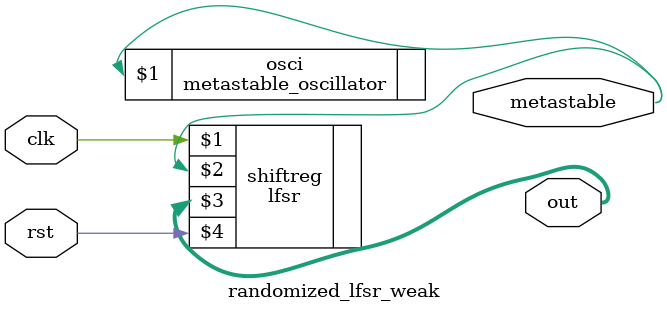
<source format=v>
/*
This file is part of verilog-buildingblocks,
by David R. Piegdon <dgit@piegdon.de>

verilog-buildingblocks is free software: you can redistribute it and/or modify
it under the terms of the GNU Lesser General Public License as published by
the Free Software Foundation, either version 3 of the License, or
(at your option) any later version.

verilog-buildingblocks is distributed in the hope that it will be useful,
but WITHOUT ANY WARRANTY; without even the implied warranty of
MERCHANTABILITY or FITNESS FOR A PARTICULAR PURPOSE.  See the
GNU Lesser General Public License for more details.

You should have received a copy of the GNU Lesser General Public License
along with verilog-buildingblocks.  If not, see <https://www.gnu.org/licenses/>.
*/

`ifndef __vbb__randomized_lfsr_weak_v__
`define __vbb__randomized_lfsr_weak_v__

`default_nettype none

`include "lfsr.v"
// NOTE: you need to pick/provide metastable_oscillator and
// metastable_oscillator_depth2 matching your FPGA architecture.

// Like the randomized_lfsr, this generates random numbers.
// But where randomized_lfsr tries to maximize entropy of
// produced random numbers for the given input data and constraints,
// the randomized_lfsr_weak tries to be very
// small while still producing an acceptable amount of entropy
// for jobs that don't depend on too much entropy.
module randomized_lfsr_weak(input wire clk, input wire rst, output wire [WIDTH-1:0] out, output wire metastable);
	parameter WIDTH = 'd8;
	parameter INIT_VALUE = 8'b1100_1010;
	parameter FEEDBACK = 8'b0001_1101;

	wire random;
	metastable_oscillator osci(metastable);
	lfsr #(.WIDTH(WIDTH), .INIT_VALUE(INIT_VALUE), .FEEDBACK(FEEDBACK)) shiftreg(clk, metastable, out, rst);
endmodule

`endif // __vbb__randomized_lfsr_weak_v__

</source>
